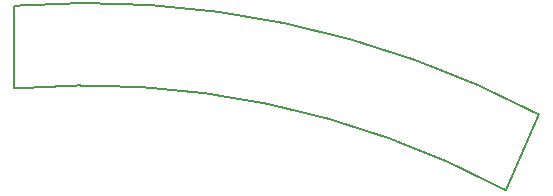
<source format=gbr>
%FSLAX46Y46*%
G04 Gerber Fmt 4.6, Leading zero omitted, Abs format (unit mm)*
G04 Created by KiCad (PCBNEW (2014-jul-16 BZR unknown)-product) date Thu 14 Aug 2014 23:26:40 BST*
%MOMM*%
G01*
G04 APERTURE LIST*
%ADD10C,0.100000*%
%ADD11C,0.200000*%
G04 APERTURE END LIST*
D10*
D11*
X2600000Y-3200000D02*
X2600000Y-10200000D01*
X44200000Y-18800000D02*
X47000000Y-12400000D01*
X46999092Y-12401726D02*
G75*
G03X2600000Y-3200000I-38199092J-72598274D01*
G74*
G01*
X44193341Y-18812453D02*
G75*
G03X2600000Y-10200000I-35393341J-66187547D01*
G74*
G01*
M02*

</source>
